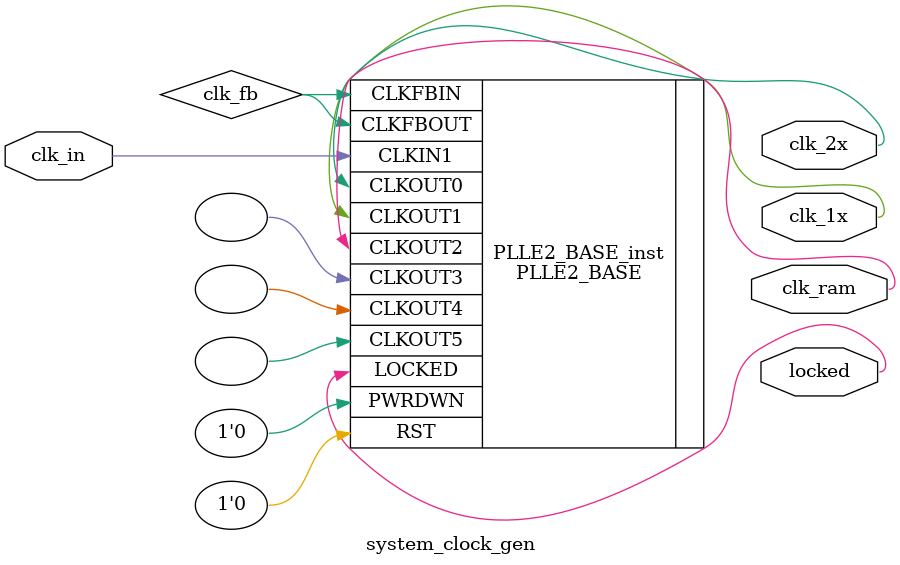
<source format=sv>
`timescale 1ns / 1ps

module system_clock_gen (
    input  logic clk_in,    // 100 MHz Input
    output logic clk_1x,    // 100 MHz Output (CPU)
    output logic clk_2x,    // 200 MHz Output 
    output logic clk_ram,   // 200 MHz Output ( 180 deg shifted)
    output logic locked     
);

  logic clk_fb;

  // PLLE2_BASE: Base Phase Locked Loop (PLL)
  PLLE2_BASE #(
     .CLKFBOUT_MULT(8),       // VCO = 800 MHz (100 * 8)
     .CLKIN1_PERIOD(10.0),    // Input is 100 MHz
     
     // CLK 0: 200 MHz (Standard)
     .CLKOUT0_DIVIDE(4),      
     .CLKOUT0_PHASE(0.0),
     
     // CLK 1: 100 MHz (CPU)
     .CLKOUT1_DIVIDE(8),      
     .CLKOUT1_PHASE(0.0),
     
     // CLK 2: 200 MHz (RAM - Shifted)
     .CLKOUT2_DIVIDE(4),      
     .CLKOUT2_PHASE(180.0)    // 
  )
  PLLE2_BASE_inst (
     // Outputs
     .CLKOUT0(clk_2x),    // 200 MHz (0 deg)
     .CLKOUT1(clk_1x),    // 100 MHz (0 deg)
     .CLKOUT2(clk_ram),   // 200 MHz (180 deg) 
     .CLKOUT3(),
     .CLKOUT4(),
     .CLKOUT5(),
     
     // Feedback
     .CLKFBOUT(clk_fb),
     .CLKFBIN(clk_fb),
     
     // Control
     .LOCKED(locked),     
     .CLKIN1(clk_in),
     .PWRDWN(1'b0),
     .RST(1'b0)
  );

endmodule
</source>
